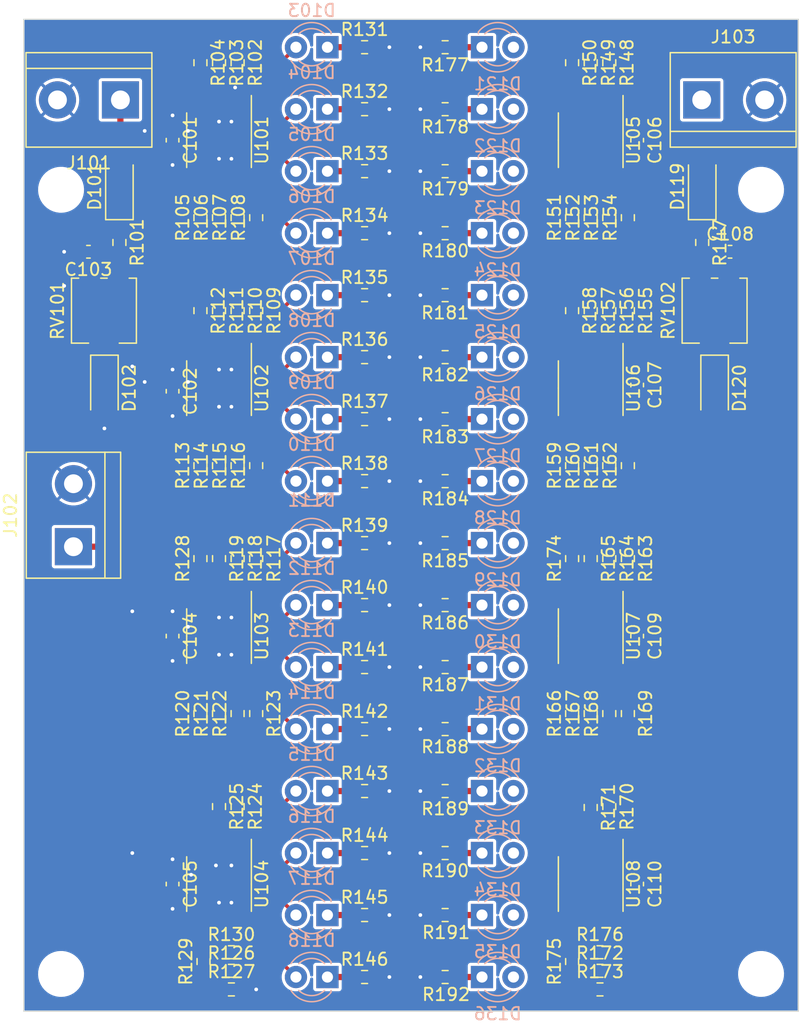
<source format=kicad_pcb>
(kicad_pcb (version 20221018) (generator pcbnew)
  (layers (0 "F.Cu" signal) (31 "B.Cu" signal) (34 "B.Paste" user) (35 "F.Paste" user) (36 "B.SilkS" user "B.Silkscreen") (37 "F.SilkS" user "F.Silkscreen") (38 "B.Mask" user) (39 "F.Mask" user) (44 "Edge.Cuts" user))
  (net 0 "")
  (net 1 "+5VA")
  (net 2 "GND")
  (net 3 "Net-(C103-Pad1)")
  (net 4 "Net-(C108-Pad1)")
  (net 5 "Net-(D101-K)")
  (net 6 "Net-(D101-A)")
  (net 7 "Net-(D102-K)")
  (net 8 "Net-(D103-K)")
  (net 9 "Net-(D103-A)")
  (net 10 "Net-(D104-K)")
  (net 11 "Net-(D104-A)")
  (net 12 "Net-(D105-K)")
  (net 13 "Net-(D105-A)")
  (net 14 "Net-(D106-K)")
  (net 15 "Net-(D106-A)")
  (net 16 "Net-(D107-K)")
  (net 17 "Net-(D107-A)")
  (net 18 "Net-(D108-K)")
  (net 19 "Net-(D108-A)")
  (net 20 "Net-(D109-K)")
  (net 21 "Net-(D109-A)")
  (net 22 "Net-(D110-K)")
  (net 23 "Net-(D110-A)")
  (net 24 "Net-(D111-K)")
  (net 25 "Net-(D111-A)")
  (net 26 "Net-(D112-K)")
  (net 27 "Net-(D112-A)")
  (net 28 "Net-(D113-K)")
  (net 29 "Net-(D113-A)")
  (net 30 "Net-(D114-K)")
  (net 31 "Net-(D114-A)")
  (net 32 "Net-(D115-K)")
  (net 33 "Net-(D115-A)")
  (net 34 "Net-(D116-K)")
  (net 35 "Net-(D116-A)")
  (net 36 "Net-(D117-K)")
  (net 37 "Net-(D117-A)")
  (net 38 "Net-(D118-K)")
  (net 39 "Net-(D118-A)")
  (net 40 "Net-(D119-K)")
  (net 41 "Net-(D119-A)")
  (net 42 "Net-(D120-K)")
  (net 43 "Net-(D121-K)")
  (net 44 "Net-(D121-A)")
  (net 45 "Net-(D122-K)")
  (net 46 "Net-(D122-A)")
  (net 47 "Net-(D123-K)")
  (net 48 "Net-(D123-A)")
  (net 49 "Net-(D124-K)")
  (net 50 "Net-(D124-A)")
  (net 51 "Net-(D125-K)")
  (net 52 "Net-(D125-A)")
  (net 53 "Net-(D126-K)")
  (net 54 "Net-(D126-A)")
  (net 55 "Net-(D127-K)")
  (net 56 "Net-(D127-A)")
  (net 57 "Net-(D128-K)")
  (net 58 "Net-(D128-A)")
  (net 59 "Net-(D129-K)")
  (net 60 "Net-(D129-A)")
  (net 61 "Net-(D130-K)")
  (net 62 "Net-(D130-A)")
  (net 63 "Net-(D131-K)")
  (net 64 "Net-(D131-A)")
  (net 65 "Net-(D132-K)")
  (net 66 "Net-(D132-A)")
  (net 67 "Net-(D133-K)")
  (net 68 "Net-(D133-A)")
  (net 69 "Net-(D134-K)")
  (net 70 "Net-(D134-A)")
  (net 71 "Net-(D135-K)")
  (net 72 "Net-(D135-A)")
  (net 73 "Net-(D136-K)")
  (net 74 "Net-(D136-A)")
  (net 75 "Net-(R102-Pad1)")
  (net 76 "Net-(U101B--)")
  (net 77 "Net-(R104-Pad1)")
  (net 78 "Net-(U101C--)")
  (net 79 "Net-(R106-Pad1)")
  (net 80 "Net-(U101D--)")
  (net 81 "Net-(R108-Pad1)")
  (net 82 "Net-(U102A--)")
  (net 83 "Net-(R110-Pad1)")
  (net 84 "Net-(U102B--)")
  (net 85 "Net-(R112-Pad1)")
  (net 86 "Net-(U102C--)")
  (net 87 "Net-(R114-Pad1)")
  (net 88 "Net-(U102D--)")
  (net 89 "Net-(R116-Pad1)")
  (net 90 "Net-(U103A--)")
  (net 91 "Net-(R118-Pad1)")
  (net 92 "Net-(U103B--)")
  (net 93 "Net-(R120-Pad1)")
  (net 94 "Net-(U103C--)")
  (net 95 "Net-(U103D--)")
  (net 96 "Net-(R122-Pad1)")
  (net 97 "Net-(U104A--)")
  (net 98 "Net-(R124-Pad1)")
  (net 99 "Net-(U104B--)")
  (net 100 "Net-(R126-Pad1)")
  (net 101 "Net-(U104D--)")
  (net 102 "Net-(U104C--)")
  (net 103 "Net-(R148-Pad1)")
  (net 104 "Net-(U105B--)")
  (net 105 "Net-(R150-Pad1)")
  (net 106 "Net-(U105C--)")
  (net 107 "Net-(R152-Pad1)")
  (net 108 "Net-(U105D--)")
  (net 109 "Net-(R154-Pad1)")
  (net 110 "Net-(U106A--)")
  (net 111 "Net-(R156-Pad1)")
  (net 112 "Net-(U106B--)")
  (net 113 "Net-(R158-Pad1)")
  (net 114 "Net-(U106C--)")
  (net 115 "Net-(R160-Pad1)")
  (net 116 "Net-(U106D--)")
  (net 117 "Net-(R162-Pad1)")
  (net 118 "Net-(U107A--)")
  (net 119 "Net-(R164-Pad1)")
  (net 120 "Net-(U107B--)")
  (net 121 "Net-(R166-Pad1)")
  (net 122 "Net-(U107C--)")
  (net 123 "Net-(U107D--)")
  (net 124 "Net-(R168-Pad1)")
  (net 125 "Net-(U108A--)")
  (net 126 "Net-(R170-Pad1)")
  (net 127 "Net-(U108B--)")
  (net 128 "Net-(R172-Pad1)")
  (net 129 "Net-(U108D--)")
  (net 130 "Net-(U108C--)")
  (footprint "Resistor_SMD:R_0603_1608Metric" (layer "F.Cu") (at 92.25 122.75)
    (fp_text reference "R126")
    (fp_text value "120")
  )
  (footprint "Resistor_SMD:R_0603_1608Metric" (layer "F.Cu") (at 124.25 102 -90)
    (fp_text reference "R169")
    (fp_text value "470")
  )
  (footprint "Resistor_SMD:R_0603_1608Metric" (layer "F.Cu") (at 121.25 82 90)
    (fp_text reference "R160")
    (fp_text value "100")
  )
  (footprint "Potentiometer_SMD:Potentiometer_Vishay_TS53YJ_Vertical" (layer "F.Cu") (at 81.96 69.5 90)
    (fp_text reference "RV101")
    (fp_text value "10k")
  )
  (footprint "Resistor_SMD:R_0603_1608Metric" (layer "F.Cu") (at 121.25 62 90)
    (fp_text reference "R152")
    (fp_text value "2k7")
  )
  (footprint "Resistor_SMD:R_0603_1608Metric" (layer "F.Cu") (at 92.75 49.5 -90)
    (fp_text reference "R102")
    (fp_text value "2k2")
  )
  (footprint "Resistor_SMD:R_0603_1608Metric" (layer "F.Cu") (at 92.25 121.25)
    (fp_text reference "R130")
    (fp_text value "330")
  )
  (footprint "Resistor_SMD:R_0603_1608Metric" (layer "F.Cu") (at 109.5 123.25 180)
    (fp_text reference "R192")
    (fp_text value "1k")
  )
  (footprint "Resistor_SMD:R_0603_1608Metric" (layer "F.Cu") (at 92.75 69.5 -90)
    (fp_text reference "R110")
    (fp_text value "390")
  )
  (footprint "Resistor_SMD:R_0603_1608Metric" (layer "F.Cu") (at 119.75 49.5 -90)
    (fp_text reference "R150")
    (fp_text value "2k2")
  )
  (footprint "Resistor_SMD:R_0603_1608Metric" (layer "F.Cu") (at 103 108.25)
    (fp_text reference "R143")
    (fp_text value "1k")
  )
  (footprint "Resistor_SMD:R_0603_1608Metric" (layer "F.Cu") (at 122.75 102 90)
    (fp_text reference "R168")
    (fp_text value "470")
  )
  (footprint "Package_SO:TSSOP-14_4.4x5mm_P0.65mm" (layer "F.Cu") (at 121.25 115.75 -90)
    (fp_text reference "U108")
    (fp_text value "LM2902")
  )
  (footprint "Diode_SMD:D_MiniMELF" (layer "F.Cu") (at 83.21 59.5 90)
    (fp_text reference "D101")
    (fp_text value "LL4148")
  )
  (footprint "Resistor_SMD:R_0603_1608Metric" (layer "F.Cu") (at 91.25 49.5 -90)
    (fp_text reference "R103")
    (fp_text value "39k")
  )
  (footprint "MountingHole:MountingHole_3.2mm_M3_DIN965" (layer "F.Cu") (at 135 123)
    (fp_text reference "REF**" hide)
    (fp_text value "MountingHole_3.2mm_M3_DIN965" hide)
  )
  (footprint "Resistor_SMD:R_0603_1608Metric" (layer "F.Cu") (at 103 93.25)
    (fp_text reference "R140")
    (fp_text value "1k")
  )
  (footprint "Resistor_SMD:R_0603_1608Metric" (layer "F.Cu") (at 91.25 62 90)
    (fp_text reference "R106")
    (fp_text value "2k7")
  )
  (footprint "Capacitor_SMD:C_0603_1608Metric" (layer "F.Cu") (at 87.5 115.75 -90)
    (fp_text reference "C105")
    (fp_text value "100n")
  )
  (footprint "Resistor_SMD:R_0603_1608Metric" (layer "F.Cu") (at 122.75 82 90)
    (fp_text reference "R161")
    (fp_text value "5k1")
  )
  (footprint "Resistor_SMD:R_0603_1608Metric" (layer "F.Cu") (at 130.25 64 -90)
    (fp_text reference "R147")
    (fp_text value "1k")
  )
  (footprint "TerminalBlock:TerminalBlock_bornier-2_P5.08mm" (layer "F.Cu") (at 79.5 88.54 90)
    (fp_text reference "J102")
    (fp_text value "Right")
  )
  (footprint "Resistor_SMD:R_0603_1608Metric" (layer "F.Cu") (at 89.75 89.5 90)
    (fp_text reference "R128")
    (fp_text value "1k8")
  )
  (footprint "Resistor_SMD:R_0603_1608Metric" (layer "F.Cu") (at 91.25 89.5 -90)
    (fp_text reference "R119")
    (fp_text value "2k2")
  )
  (footprint "TerminalBlock:TerminalBlock_bornier-2_P5.08mm" (layer "F.Cu") (at 83.29 52.5 180)
    (fp_text reference "J101")
    (fp_text value "Left")
  )
  (footprint "Resistor_SMD:R_0603_1608Metric" (layer "F.Cu") (at 103 68.25)
    (fp_text reference "R135")
    (fp_text value "1k")
  )
  (footprint "Resistor_SMD:R_0603_1608Metric" (layer "F.Cu") (at 94.25 102 -90)
    (fp_text reference "R123")
    (fp_text value "470")
  )
  (footprint "Resistor_SMD:R_0603_1608Metric" (layer "F.Cu") (at 103 103.25)
    (fp_text reference "R142")
    (fp_text value "1k")
  )
  (footprint "Resistor_SMD:R_0603_1608Metric" (layer "F.Cu") (at 92.75 109.5 -90)
    (fp_text reference "R124")
    (fp_text value "100")
  )
  (footprint "Resistor_SMD:R_0603_1608Metric" (layer "F.Cu") (at 89.75 69.5 -90)
    (fp_text reference "R112")
    (fp_text value "2k2")
  )
  (footprint "Resistor_SMD:R_0603_1608Metric" (layer "F.Cu") (at 124.25 82 90)
    (fp_text reference "R162")
    (fp_text value "390")
  )
  (footprint "Resistor_SMD:R_0603_1608Metric" (layer "F.Cu") (at 91.25 82 90)
    (fp_text reference "R114")
    (fp_text value "100")
  )
  (footprint "Resistor_SMD:R_0603_1608Metric" (layer "F.Cu") (at 122.75 62 90)
    (fp_text reference "R153")
    (fp_text value "18k")
  )
  (footprint "Resistor_SMD:R_0603_1608Metric" (layer "F.Cu") (at 109.5 48.25 180)
    (fp_text reference "R177")
    (fp_text value "1k")
  )
  (footprint "Resistor_SMD:R_0603_1608Metric" (layer "F.Cu") (at 121.25 89.5 -90)
    (fp_text reference "R165")
    (fp_text value "2k2")
  )
  (footprint "Potentiometer_SMD:Potentiometer_Vishay_TS53YJ_Vertical" (layer "F.Cu") (at 131.25 69.5 90)
    (fp_text reference "RV102")
    (fp_text value "10k")
  )
  (footprint "Diode_SMD:D_MiniMELF" (layer "F.Cu") (at 82 75.75 -90)
    (fp_text reference "D102")
    (fp_text value "6V8")
  )
  (footprint "Resistor_SMD:R_0603_1608Metric" (layer "F.Cu") (at 109.5 103.25 180)
    (fp_text reference "R188")
    (fp_text value "1k")
  )
  (footprint "Resistor_SMD:R_0603_1608Metric" (layer "F.Cu") (at 103 98.25)
    (fp_text reference "R141")
    (fp_text value "1k")
  )
  (footprint "TerminalBlock:TerminalBlock_bornier-2_P5.08mm" (layer "F.Cu") (at 130.21 52.5)
    (fp_text reference "J103")
    (fp_text value "Right")
  )
  (footprint "Resistor_SMD:R_0603_1608Metric" (layer "F.Cu") (at 94.25 62 90)
    (fp_text reference "R108")
    (fp_text value "360")
  )
  (footprint "Resistor_SMD:R_0603_1608Metric" (layer "F.Cu") (at 103 88.25)
    (fp_text reference "R139")
    (fp_text value "1k")
  )
  (footprint "Resistor_SMD:R_0603_1608Metric" (layer "F.Cu") (at 89.75 82 90)
    (fp_text reference "R113")
    (fp_text value "5k1")
  )
  (footprint "Resistor_SMD:R_0603_1608Metric" (layer "F.Cu") (at 92.25 124.25)
    (fp_text reference "R127")
    (fp_text value "680")
  )
  (footprint "Capacitor_SMD:C_0603_1608Metric" (layer "F.Cu") (at 125 95.75 -90)
    (fp_text reference "C109")
    (fp_text value "100n")
  )
  (footprint "Capacitor_SMD:C_0603_1608Metric" (layer "F.Cu") (at 87.5 95.75 -90)
    (fp_text reference "C104")
    (fp_text value "100n")
  )
  (footprint "Resistor_SMD:R_0603_1608Metric" (layer "F.Cu") (at 109.5 108.25 180)
    (fp_text reference "R189")
    (fp_text value "1k")
  )
  (footprint "Resistor_SMD:R_0603_1608Metric" (layer "F.Cu") (at 103 58.25)
    (fp_text reference "R133")
    (fp_text value "1k")
  )
  (footprint "Capacitor_SMD:C_0603_1608Metric" (layer "F.Cu") (at 87.5 76 -90)
    (fp_text reference "C102")
    (fp_text value "100n")
  )
  (footprint "Resistor_SMD:R_0603_1608Metric" (layer "F.Cu") (at 119.75 82 90)
    (fp_text reference "R159")
    (fp_text value "5k1")
  )
  (footprint "Resistor_SMD:R_0603_1608Metric" (layer "F.Cu") (at 119.75 102 90)
    (fp_text reference "R166")
    (fp_text value "100")
  )
  (footprint "Resistor_SMD:R_0603_1608Metric" (layer "F.Cu") (at 122.75 109.5 -90)
    (fp_text reference "R170")
    (fp_text value "100")
  )
  (footprint "MountingHole:MountingHole_3.2mm_M3_DIN965" (layer "F.Cu") (at 78.5 123)
    (fp_text reference "REF**" hide)
    (fp_text value "MountingHole_3.2mm_M3_DIN965" hide)
  )
  (footprint "Resistor_SMD:R_0603_1608Metric" (layer "F.Cu") (at 92.75 62 90)
    (fp_text reference "R107")
    (fp_text value "18k")
  )
  (footprint "Resistor_SMD:R_0603_1608Metric" (layer "F.Cu") (at 103 123.25)
    (fp_text reference "R146")
    (fp_text value "1k")
  )
  (footprint "MountingHole:MountingHole_3.2mm_M3_DIN965" (layer "F.Cu") (at 78.5 59.75)
    (fp_text reference "REF**" hide)
    (fp_text value "MountingHole_3.2mm_M3_DIN965" hide)
  )
  (footprint "Resistor_SMD:R_0603_1608Metric" (layer "F.Cu") (at 103 118.25)
    (fp_text reference "R145")
    (fp_text value "1k")
  )
  (footprint "Resistor_SMD:R_0603_1608Metric" (layer "F.Cu") (at 124.25 69.5 -90)
    (fp_text reference "R155")
    (fp_text value "11k")
  )
  (footprint "Resistor_SMD:R_0603_1608Metric" (layer "F.Cu") (at 103 63.25)
    (fp_text reference "R134")
    (fp_text value "1k")
  )
  (footprint "Package_SO:TSSOP-14_4.4x5mm_P0.65mm" (layer "F.Cu") (at 91.25 75.75 -90)
    (fp_text reference "U102")
    (fp_text value "LM2902")
  )
  (footprint "Capacitor_SMD:C_0603_1608Metric" (layer "F.Cu") (at 80.71 64.75 180)
    (fp_text reference "C103")
    (fp_text value "10n")
  )
  (footprint "Resistor_SMD:R_0603_1608Metric" (layer "F.Cu") (at 92.75 102 90)
    (fp_text reference "R122")
    (fp_text value "470")
  )
  (footprint "Resistor_SMD:R_0603_1608Metric" (layer "F.Cu") (at 109.5 58.25 180)
    (fp_text reference "R179")
    (fp_text value "1k")
  )
  (footprint "Resistor_SMD:R_0603_1608Metric" (layer "F.Cu") (at 122 124.25)
    (fp_text reference "R173")
    (fp_text value "680")
  )
  (footprint "Resistor_SMD:R_0603_1608Metric" (layer "F.Cu") (at 121.25 69.5 -90)
    (fp_text reference "R157")
    (fp_text value "10k")
  )
  (footprint "Capacitor_SMD:C_0603_1608Metric" (layer "F.Cu") (at 125 75.5 -90)
    (fp_text reference "C107")
    (fp_text value "100n")
  )
  (footprint "Resistor_SMD:R_0603_1608Metric" (layer "F.Cu") (at 119.75 122 90)
    (fp_text reference "R175")
    (fp_text value "470")
  )
  (footprint "Resistor_SMD:R_0603_1608Metric" (layer "F.Cu") (at 109.5 88.25 180)
    (fp_text reference "R185")
    (fp_text value "1k")
  )
  (footprint "Resistor_SMD:R_0603_1608Metric" (layer "F.Cu") (at 92.75 89.5 -90)
    (fp_text reference "R118")
    (fp_text value "390")
  )
  (footprint "Package_SO:TSSOP-14_4.4x5mm_P0.65mm" (layer "F.Cu") (at 121.25 55.75 -90)
    (fp_text reference "U105")
    (fp_text value "LM2902")
  )
  (footprint "Resistor_SMD:R_0603_1608Metric" (layer "F.Cu") (at 109.5 93.25 180)
    (fp_text reference "R186")
    (fp_text value "1k")
  )
  (footprint "Resistor_SMD:R_0603_1608Metric" (layer "F.Cu") (at 121.25 109.575 -90)
    (fp_text reference "R171")
    (fp_text value "560")
  )
  (footprint "Resistor_SMD:R_0603_1608Metric" (layer "F.Cu") (at 89.75 49.5 -90)
    (fp_text reference "R104")
    (fp_text value "2k2")
  )
  (footprint "Resistor_SMD:R_0603_1608Metric" (layer "F.Cu") (at 109.5 113.25 180)
    (fp_text reference "R190")
    (fp_text value "1k")
  )
  (footprint "Resistor_SMD:R_0603_1608Metric" (layer "F.Cu") (at 94.25 89.5 -90)
    (fp_text reference "R117")
    (fp_text value "3k3")
  )
  (footprint "Resistor_SMD:R_0603_1608Metric" (layer "F.Cu") (at 103 73.25)
    (fp_text reference "R136")
    (fp_text value "1k")
  )
  (footprint "Package_SO:TSSOP-14_4.4x5mm_P0.65mm" (layer "F.Cu") (at 91.25 95.75 -90)
    (fp_text reference "U103")
    (fp_text value "LM2902")
  )
  (footprint "Resistor_SMD:R_0603_1608Metric" (layer "F.Cu") (at 122 121.25)
    (fp_text reference "R176")
    (fp_text value "330")
  )
  (footprint "Resistor_SMD:R_0603_1608Metric" (layer "F.Cu") (at 91.25 69.5 -90)
    (fp_text reference "R111")
    (fp_text value "10k")
  )
  (footprint "Resistor_SMD:R_0603_1608Metric" (layer "F.Cu") (at 122.75 69.5 -90)
    (fp_text reference "R156")
    (fp_text value "390")
  )
  (footprint "Capacitor_SMD:C_0603_1608Metric" (layer "F.Cu") (at 125 55.75 -90)
    (fp_text reference "C106")
    (fp_text value "100n")
  )
  (footprint "Capacitor_SMD:C_0603_1608Metric" (layer "F.Cu") (at 132.5 64.75)
    (fp_text reference "C108")
    (fp_text value "10n")
  )
  (footprint "Resistor_SMD:R_0603_1608Metric" (layer "F.Cu") (at 90 122 90)
    (fp_text reference "R129")
    (fp_text value "470")
  )
  (footprint "Resistor_SMD:R_0603_1608Metric" (layer "F.Cu") (at 103 48.25)
    (fp_text reference "R131")
    (fp_text value "1k")
  )
  (footprint "Package_SO:TSSOP-14_4.4x5mm_P0.65mm" (layer "F.Cu") (at 121.25 95.75 -90)
    (fp_text reference "U107")
    (fp_text value "LM2902")
  )
  (footprint "Resistor_SMD:R_0603_1608Metric" (layer "F.Cu") (at 109.5 63.25 180)
    (fp_text reference "R180")
    (fp_text value "1k")
  )
  (footprint "Resistor_SMD:R_0603_1608Metric" (layer "F.Cu") (at 91.25 102 90)
    (fp_text reference "R121")
    (fp_text value "1k2")
  )
  (footprint "MountingHole:MountingHole_3.2mm_M3_DIN965" (layer "F.Cu") (at 135 59.75)
    (fp_text reference "REF**" hide)
    (fp_text value "MountingHole_3.2mm_M3_DIN965" hide)
  )
  (footprint "Resistor_SMD:R_0603_1608Metric" (layer "F.Cu") (at 109.5 83.25 180)
    (fp_text reference "R184")
    (fp_text value "1k")
  )
  (footprint "Resistor_SMD:R_0603_1608Metric" (layer "F.Cu") (at 122 122.75)
    (fp_text reference "R172")
    (fp_text value "120")
  )
  (footprint "Resistor_SMD:R_0603_1608Metric" (layer "F.Cu") (at 109.5 68.25 180)
    (fp_text reference "R181")
    (fp_text value "1k")
  )
  (footprint "Resistor_SMD:R_0603_1608Metric" (layer "F.Cu") (at 103 78.25)
    (fp_text reference "R137")
    (fp_text value "1k")
  )
  (footprint "Resistor_SMD:R_0603_1608Metric" (layer "F.Cu") (at 124.25 89.5 -90)
    (fp_text reference "R163")
    (fp_text value "3k3")
  )
  (footprint "Resistor_SMD:R_0603_1608Metric" (layer "F.Cu") (at 119.75 89.5 90)
    (fp_text reference "R174")
    (fp_text value "1k8")
  )
  (footprint "Package_SO:TSSOP-14_4.4x5mm_P0.65mm" (layer "F.Cu") (at 121.25 75.75 -90)
    (fp_text reference "U106")
    (fp_text value "LM2902")
  )
  (footprint "Resistor_SMD:R_0603_1608Metric" (layer "F.Cu") (at 92.75 82 90)
    (fp_text reference "R115")
    (fp_text value "5k1")
  )
  (footprint "Resistor_SMD:R_0603_1608Metric" (layer "F.Cu") (at 124.25 62 90)
    (fp_text reference "R154")
    (fp_text value "360")
  )
  (footprint "Resistor_SMD:R_0603_1608Metric" (layer "F.Cu") (at 109.5 73.25 180)
    (fp_text reference "R182")
    (fp_text value "1k")
  )
  (footprint "Resistor_SMD:R_0603_1608Metric" (layer "F.Cu") (at 122.75 89.5 -90)
    (fp_text reference "R164")
    (fp_text value "390")
  )
  (footprint "Resistor_SMD:R_0603_1608Metric" (layer "F.Cu") (at 83.21 64 -90)
    (fp_text reference "R101")
    (fp_text value "1k")
  )
  (footprint "Resistor_SMD:R_0603_1608Metric" (layer "F.Cu") (at 119.75 69.5 -90)
    (fp_text reference "R158")
    (fp_text value "2k2")
  )
  (footprint "Resistor_SMD:R_0603_1608Metric" (layer "F.Cu") (at 119.75 62 90)
    (fp_text reference "R151")
    (fp_text value "27k")
  )
  (footprint "Resistor_SMD:R_0603_1608Metric" (layer "F.Cu") (at 94.25 82 90)
    (fp_text reference "R116")
    (fp_text value "390")
  )
  (footprint "Capacitor_SMD:C_0603_1608Metric" (layer "F.Cu") (at 125 115.75 -90)
    (fp_text reference "C110")
    (fp_text value "100n")
  )
  (footprint "Resistor_SMD:R_0603_1608Metric" (layer "F.Cu") (at 109.5 118.25 180)
    (fp_text reference "R191")
    (fp_text value "1k")
  )
  (footprint "Resistor_SMD:R_0603_1608Metric" (layer "F.Cu") (at 89.75 102 90)
    (fp_text reference "R120")
    (fp_text value "100")
  )
  (footprint "Resistor_SMD:R_0603_1608Metric" (layer "F.Cu") (at 122.75 49.5 -90)
    (fp_text reference "R148")
    (fp_text value "2k2")
  )
  (footprint "Resistor_SMD:R_0603_1608Metric" (layer "F.Cu") (at 94.25 69.5 -90)
    (fp_text reference "R109")
    (fp_text value "11k")
  )
  (footprint "Package_SO:TSSOP-14_4.4x5mm_P0.65mm" (layer "F.Cu") (at 91.25 115.75 -90)
    (fp_text reference "U104")
    (fp_text value "LM2902")
  )
  (footprint "Resistor_SMD:R_0603_1608Metric" (layer "F.Cu") (at 103 53.25)
    (fp_text reference "R132")
    (fp_text value "1k")
  )
  (footprint "Resistor_SMD:R_0603_1608Metric" (layer "F.Cu") (at 121.25 49.5 -90)
    (fp_text reference "R149")
    (fp_text value "39k")
  )
  (footprint "Diode_SMD:D_MiniMELF" (layer "F.Cu") (at 131.25 75.75 -90)
    (fp_text reference "D120")
    (fp_text value "6V8")
  )
  (footprint "Resistor_SMD:R_0603_1608Metric" (layer "F.Cu") (at 109.5 98.25 180)
    (fp_text reference "R187")
    (fp_text value "1k")
  )
  (footprint "Resistor_SMD:R_0603_1608Metric" (layer "F.Cu") (at 121.25 102 90)
    (fp_text reference "R167")
    (fp_text value "1k2")
  )
  (footprint "Resistor_SMD:R_0603_1608Metric" (layer "F.Cu") (at 89.75 62 90)
    (fp_text reference "R105")
    (fp_text value "27k")
  )
  (footprint "Resistor_SMD:R_0603_1608Metric" (layer "F.Cu") (at 103 113.25)
    (fp_text reference "R144")
    (fp_text value "1k")
  )
  (footprint "Resistor_SMD:R_0603_1608Metric" (layer "F.Cu") (at 109.5 53.25 180)
    (fp_text reference "R178")
    (fp_text value "1k")
  )
  (footprint "Resistor_SMD:R_0603_1608Metric" (layer "F.Cu") (at 91.25 109.5 -90)
    (fp_text reference "R125")
    (fp_text value "560")
  )
  (footprint "Resistor_SMD:R_0603_1608Metric" (layer "F.Cu") (at 109.5 78.25 180)
    (fp_text reference "R183")
    (fp_text value "1k")
  )
  (footprint "Capacitor_SMD:C_0603_1608Metric" (layer "F.Cu") (at 87.5 55.75 -90)
    (fp_text reference "C101")
    (fp_text value "100n")
  )
  (footprint "Package_SO:TSSOP-14_4.4x5mm_P0.65mm" (layer "F.Cu") (at 91.25 55.75 -90)
    (fp_text reference "U101")
    (fp_text value "LM2902")
  )
  (footprint "Diode_SMD:D_MiniMELF" (layer "F.Cu") (at 130.25 59.5 90)
    (fp_text reference "D119")
    (fp_text value "LL4148")
  )
  (footprint "Resistor_SMD:R_0603_1608Metric" (layer "F.Cu") (at 103 83.25)
    (fp_text reference "R138")
    (fp_text value "1k")
  )
  (footprint "LED_THT:LED_D3.0mm_Clear" (layer "B.Cu") (at 100 68.25 180)
    (fp_text reference "D107")
    (fp_text value "gelb")
  )
  (footprint "LED_THT:LED_D3.0mm_Clear" (layer "B.Cu") (at 100 63.25 180)
    (fp_text reference "D106")
    (fp_text value "gelb")
  )
  (footprint "LED_THT:LED_D3.0mm_Clear" (layer "B.Cu") (at 112.475 113.25)
    (fp_text reference "D134")
    (fp_text value "grün")
  )
  (footprint "LED_THT:LED_D3.0mm_Clear" (layer "B.Cu") (at 100 113.25 180)
    (fp_text reference "D116")
    (fp_text value "grün")
  )
  (footprint "LED_THT:LED_D3.0mm_Clear" (layer "B.Cu") (at 112.475 103.25)
    (fp_text reference "D132")
    (fp_text value "grün")
  )
  (footprint "LED_THT:LED_D3.0mm_Clear" (layer "B.Cu") (at 112.475 118.25)
    (fp_text reference "D135")
    (fp_text value "grün")
  )
  (footprint "LED_THT:LED_D3.0mm_Clear" (layer "B.Cu") (at 112.475 98.25)
    (fp_text reference "D131")
    (fp_text value "grün")
  )
  (footprint "LED_THT:LED_D3.0mm_Clear" (layer "B.Cu") (at 112.475 88.25)
    (fp_text reference "D129")
    (fp_text value "grün")
  )
  (footprint "LED_THT:LED_D3.0mm_Clear" (layer "B.Cu") (at 112.475 93.25)
    (fp_text reference "D130")
    (fp_text value "grün")
  )
  (footprint "LED_THT:LED_D3.0mm_Clear" (layer "B.Cu") (at 112.475 68.25)
    (fp_text reference "D125")
    (fp_text value "gelb")
  )
  (footprint "LED_THT:LED_D3.0mm_Clear" (layer "B.Cu") (at 100 53.25 180)
    (fp_text reference "D104")
    (fp_text value "rot")
  )
  (footprint "LED_THT:LED_D3.0mm_Clear" (layer "B.Cu") (at 112.475 58.25)
    (fp_text reference "D123")
    (fp_text value "gelb")
  )
  (footprint "LED_THT:LED_D3.0mm_Clear" (layer "B.Cu") (at 100 88.25 180)
    (fp_text reference "D111")
    (fp_text value "grün")
  )
  (footprint "LED_THT:LED_D3.0mm_Clear" (layer "B.Cu") (at 100 78.25 180)
    (fp_text reference "D109")
    (fp_text value "grün")
  )
  (footprint "LED_THT:LED_D3.0mm_Clear" (layer "B.Cu") (at 100 108.25 180)
    (fp_text reference "D115")
    (fp_text value "grün")
  )
  (footprint "LED_THT:LED_D3.0mm_Clear" (layer "B.Cu") (at 112.475 48.25)
    (fp_text reference "D121")
    (fp_text value "rot")
  )
  (footprint "LED_THT:LED_D3.0mm_Clear" (layer "B.Cu") (at 100 93.25 180)
    (fp_text reference "D112")
    (fp_text value "grün")
  )
  (footprint "LED_THT:LED_D3.0mm_Clear" (layer "B.Cu") (at 100 103.25 180)
    (fp_text reference "D114")
    (fp_text value "grün")
  )
  (footprint "LED_THT:LED_D3.0mm_Clear" (layer "B.Cu") (at 112.475 83.25)
    (fp_text reference "D128")
    (fp_text value "grün")
  )
  (footprint "LED_THT:LED_D3.0mm_Clear" (layer "B.Cu") (at 100 58.25 180)
    (fp_text reference "D105")
    (fp_text value "gelb")
  )
  (footprint "LED_THT:LED_D3.0mm_Clear" (layer "B.Cu") (at 112.475 73.25)
    (fp_text reference "D126")
    (fp_text value "gelb")
  )
  (footprint "LED_THT:LED_D3.0mm_Clear" (layer "B.Cu") (at 100 118.25 180)
    (fp_text reference "D117")
    (fp_text value "grün")
  )
  (footprint "LED_THT:LED_D3.0mm_Clear" (layer "B.Cu") (at 100 48.25 180)
    (fp_text reference "D103")
    (fp_text value "rot")
  )
  (footprint "LED_THT:LED_D3.0mm_Clear" (layer "B.Cu") (at 112.475 108.25)
    (fp_text reference "D133")
    (fp_text value "grün")
  )
  (footprint "LED_THT:LED_D3.0mm_Clear" (layer "B.Cu") (at 112.475 78.25)
    (fp_text reference "D127")
    (fp_text value "grün")
  )
  (footprint "LED_THT:LED_D3.0mm_Clear" (layer "B.Cu") (at 100 83.25 180)
    (fp_text reference "D110")
    (fp_text value "grün")
  )
  (footprint "LED_THT:LED_D3.0mm_Clear" (layer "B.Cu") (at 112.475 123.25)
    (fp_text reference "D136")
    (fp_text value "grün")
  )
  (footprint "LED_THT:LED_D3.0mm_Clear" (layer "B.Cu") (at 100 98.25 180)
    (fp_text reference "D113")
    (fp_text value "grün")
  )
  (footprint "LED_THT:LED_D3.0mm_Clear" (layer "B.Cu") (at 112.475 53.25)
    (fp_text reference "D122")
    (fp_text value "rot")
  )
  (footprint "LED_THT:LED_D3.0mm_Clear" (layer "B.Cu") (at 112.475 63.25)
    (fp_text reference "D124")
    (fp_text value "gelb")
  )
  (footprint "LED_THT:LED_D3.0mm_Clear" (layer "B.Cu") (at 100 73.25 180)
    (fp_text reference "D108")
    (fp_text value "gelb")
  )
  (footprint "LED_THT:LED_D3.0mm_Clear" (layer "B.Cu") (at 100 123.25 180)
    (fp_text reference "D118")
    (fp_text value "grün")
  )
  (gr_line (start 75.5 126) (end 75.5 46) (stroke (width 0.1)) (layer "Edge.Cuts"))
  (gr_line (start 138 125.5) (end 138 126) (stroke (width 0.1)) (layer "Edge.Cuts"))
  (gr_line (start 138 46) (end 138 125.5) (stroke (width 0.1)) (layer "Edge.Cuts"))
  (gr_line (start 75.5 46) (end 138 46) (stroke (width 0.1)) (layer "Edge.Cuts"))
  (gr_line (start 138 126) (end 75.5 126) (stroke (width 0.1)) (layer "Edge.Cuts"))
  (segment (start 88.975 114.975) (end 89 115) (width 0.3) (layer "F.Cu") (net 1))
  (segment (start 91.25 114) (end 91.25 112.8875) (width 0.3) (layer "F.Cu") (net 1))
  (segment (start 85.25 87.5) (end 85.25 75.25) (width 0.5) (layer "F.Cu") (net 1))
  (segment (start 84.25 88.5) (end 85.25 87.5) (width 0.5) (layer "F.Cu") (net 1))
  (segment (start 92.55 52.8875) (end 92.55 51.5) (width 0.3) (layer "F.Cu") (net 1))
  (segment (start 87.5 114.975) (end 88.975 114.975) (width 0.3) (layer "F.Cu") (net 1))
  (segment (start 91.25 94.25) (end 91.25 92.8875) (width 0.3) (layer "F.Cu") (net 1))
  (segment (start 87.5 94.975) (end 87.5 93.75) (width 0.3) (layer "F.Cu") (net 1))
  (segment (start 87.5 53.75) (end 87.5 54.975) (width 0.5) (layer "F.Cu") (net 1))
  (segment (start 87.5 94.975) (end 88.725 94.975) (width 0.3) (layer "F.Cu") (net 1))
  (segment (start 91.25 72.8875) (end 91.25 74.25) (width 0.3) (layer "F.Cu") (net 1))
  (segment (start 92.55 50.525) (end 92.75 50.325) (width 0.3) (layer "F.Cu") (net 1))
  (segment (start 84.21 88.54) (end 84.25 88.5) (width 0.5) (layer "F.Cu") (net 1))
  (segment (start 87.5 54.975) (end 88.725 54.975) (width 0.3) (layer "F.Cu") (net 1))
  (segment (start 88.725 54.975) (end 88.75 55) (width 0.3) (layer "F.Cu") (net 1))
  (segment (start 84.25 93.75) (end 84.25 113.25) (width 0.5) (layer "F.Cu") (net 1))
  (segment (start 91 114.25) (end 91.25 114) (width 0.3) (layer "F.Cu") (net 1))
  (segment (start 87.5 75.225) (end 87.5 74.25) (width 0.3) (layer "F.Cu") (net 1))
  (segment (start 85.25 75.25) (end 85.25 73) (width 0.5) (layer "F.Cu") (net 1))
  (segment (start 79.5 88.54) (end 84.21 88.54) (width 0.5) (layer "F.Cu") (net 1))
  (segment (start 85.25 73) (end 85.4 72.85) (width 0.5) (layer "F.Cu") (net 1))
  (segment (start 85.4 72.85) (end 85.4 55.15) (width 0.5) (layer "F.Cu") (net 1))
  (segment (start 91.25 54.25) (end 91.25 52.8875) (width 0.3) (layer "F.Cu") (net 1))
  (segment (start 87.525 75.25) (end 87.5 75.225) (width 0.3) (layer "F.Cu") (net 1))
  (segment (start 87.5 113.75) (end 87.5 114.975) (width 0.3) (layer "F.Cu") (net 1))
  (segment (start 88.725 94.975) (end 88.75 95) (width 0.3) (layer "F.Cu") (net 1))
  (segment (start 92.55 51.5) (end 92.55 50.525) (width 0.3) (layer "F.Cu") (net 1))
  (segment (start 85.4 55.15) (end 85.25 55) (width 0.5) (layer "F.Cu") (net 1))
  (segment (start 88.75 75.25) (end 87.525 75.25) (width 0.3) (layer "F.Cu") (net 1))
  (segment (start 84.25 88.5) (end 84.25 93.75) (width 0.5) (layer "F.Cu") (net 1))
  (via (at 91.25 74.25) (size 0.6) (drill 0.3) (layers "F.Cu" "B.Cu") (net 1))
  (via (at 87.5 93.75) (size 0.6) (drill 0.3) (layers "F.Cu" "B.Cu") (net 1))
  (via (at 88.75 95) (size 0.6) (drill 0.3) (layers "F.Cu" "B.Cu") (net 1))
  (via (at 87.5 53.75) (size 0.6) (drill 0.3) (layers "F.Cu" "B.Cu") (net 1))
  (via (at 91 114.25) (size 0.6) (drill 0.3) (layers "F.Cu" "B.Cu") (net 1))
  (via (at 88.75 55) (size 0.6) (drill 0.3) (layers "F.Cu" "B.Cu") (net 1))
  (via (at 85.25 55) (size 0.6) (drill 0.3) (layers "F.Cu" "B.Cu") (net 1))
  (via (at 88.75 75.25) (size 0.6) (drill 0.3) (layers "F.Cu" "B.Cu") (net 1))
  (via (at 87.5 113.75) (size 0.6) (drill 0.3) (layers "F.Cu" "B.Cu") (net 1))
  (via (at 84.25 113.25) (size 0.6) (drill 0.3) (layers "F.Cu" "B.Cu") (net 1))
  (via (at 89 115) (size 0.6) (drill 0.3) (layers "F.Cu" "B.Cu") (net 1))
  (via (at 91.25 54.25) (size 0.6) (drill 0.3) (layers "F.Cu" "B.Cu") (net 1))
  (via (at 84.25 93.75) (size 0.6) (drill 0.3) (layers "F.Cu" "B.Cu") (net 1))
  (via (at 85.25 75.25) (size 0.6) (drill 0.3) (layers "F.Cu" "B.Cu") (net 1))
  (via (at 91.25 94.25) (size 0.6) (drill 0.3) (layers "F.Cu" "B.Cu") (net 1))
  (via (at 87.5 74.25) (size 0.6) (drill 0.3) (layers "F.Cu" "B.Cu") (net 1))
  (via (at 92.55 51.5) (size 0.6) (drill 0.3) (layers "F.Cu" "B.Cu") (net 1))
  (segment (start 86.25 55) (end 87.5 53.75) (width 0.5) (layer "B.Cu") (net 1))
  (segment (start 86.5 75.25) (end 85.25 75.25) (width 0.3) (layer "B.Cu") (net 1))
  (segment (start 88.75 75.25) (end 90.25 75.25) (width 0.3) (layer "B.Cu") (net 1))
  (segment (start 87 113.25) (end 87.5 113.75) (width 0.3) (layer "B.Cu") (net 1))
  (segment (start 92.55 52.95) (end 92.55 51.5) (width 0.3) (layer "B.Cu") (net 1))
  (segment (start 90.5 95) (end 91.25 94.25) (width 0.3) (layer "B.Cu") (net 1))
  (segment (start 88.75 55) (end 90.5 55) (width 0.3) (layer "B.Cu") (net 1))
  (segment (start 85.25 55) (end 86.25 55) (width 0.5) (layer "B.Cu") (net 1))
  (segment (start 91.25 54.25) (end 92.55 52.95) (width 0.3) (layer "B.Cu") (net 1))
  (segment (start 90.5 55) (end 91.25 54.25) (width 0.3) (layer "B.Cu") (net 1))
  (segment (start 84.25 113.25) (end 87 113.25) (width 0.3) (layer "B.Cu") (net 1))
  (segment (start 88.75 95) (end 90.5 95) (width 0.3) (layer "B.Cu") (net 1))
  (segment (start 89 115) (end 90.25 115) (width 0.3) (layer "B.Cu") (net 1))
  (segment (start 87.5 93.75) (end 84.25 93.75) (width 0.3) (layer "B.Cu") (net 1))
  (segment (start 90.25 75.25) (end 91.25 74.25) (width 0.3) (layer "B.Cu") (net 1))
  (segment (start 90.25 115) (end 91 114.25) (width 0.3) (layer "B.Cu") (net 1))
  (segment (start 87.5 74.25) (end 86.5 75.25) (width 0.3) (layer "B.Cu") (net 1))
  (segment (start 82 77.5) (end 82 79) (width 0.5) (layer "F.Cu") (net 2))
  (segment (start 80.81 67.5) (end 78.75 67.5) (width 0.5) (layer "F.Cu") (net 2))
  (segment (start 87.5 76.775) (end 87.5 78) (width 0.3) (layer "F.Cu") (net 2))
  (segment (start 91.25 118.6125) (end 91.25 117.25) (width 0.3) (layer "F.Cu") (net 2))
  (segment (start 108.675 58.25) (end 107.5 58.25) (width 0.3) (layer "F.Cu") (net 2))
  (segment (start 105 108.25) (end 103.825 108.25) (width 0.3) (layer "F.Cu") (net 2))
  (segment (start 105 73.25) (end 103.825 73.25) (width 0.3) (layer "F.Cu") (net 2))
  (segment (start 87.5 56.525) (end 87.5 57.75) (width 0.3) (layer "F.Cu") (net 2))
  (segment (start 108.675 53.25) (end 107.5 53.25) (width 0.3) (layer "F.Cu") (net 2))
  (segment (start 105 98.25) (end 103.825 98.25) (width 0.3) (layer "F.Cu") (net 2))
  (segment (start 93.075 124.25) (end 94.25 124.25) (width 0.3) (layer "F.Cu") (net 2))
  (segment (start 108.675 78.25) (end 107.5 78.25) (width 0.3) (layer "F.Cu") (net 2))
  (segment (start 103.825 53.25) (end 105 53.25) (width 0.3) (layer "F.Cu") (net 2))
  (segment (start 108.675 113.25) (end 107.5 113.25) (width 0.3) (layer "F.Cu") (net 2))
  (segment (start 105 88.25) (end 103.825 88.25) (width 0.3) (layer "F.Cu") (net 2))
  (segment (start 108.675 93.25) (end 107.5 93.25) (width 0.3) (layer "F.Cu") (net 2))
  (segment (start 105 103.25) (end 103.825 103.25) (width 0.3) (layer "F.Cu") (net 2))
  (segment (start 91.25 98.6125) (end 91.25 97.25) (width 0.3) (layer "F.Cu") (net 2))
  (segment (start 87.5 116.525) (end 87.5 117.75) (width 0.3) (layer "F.Cu") (net 2))
  (segment (start 105 93.25) (end 103.825 93.25) (width 0.3) (layer "F.Cu") (net 2))
  (segment (start 108.675 83.25) (end 107.5 83.25) (width 0.3) (layer "F.Cu") (net 2))
  (segment (start 103.825 48.25) (end 105 48.25) (width 0.3) (layer "F.Cu") (net 2))
  (segment (start 105 123.25) (end 103.825 123.25) (width 0.3) (layer "F.Cu") (net 2))
  (segment (start 87.5 96.525) (end 87.5 97.75) (width 0.3) (layer "F.Cu") (net 2))
  (segment (start 91.25 58.6125) (end 91.25 57.25) (width 0.3) (layer "F.Cu") (net 2))
  (segment (start 105 78.25) (end 103.825 78.25) (width 0.3) (layer "F.Cu") (net 2))
  (segment (start 108.675 118.25) (end 107.5 118.25) (width 0.3) (layer "F.Cu") (net 2))
  (segment (start 79.935 64.75) (end 78.75 64.75) (width 0.5) (layer "F.Cu") (net 2))
  (segment (start 108.675 68.25) (end 107.5 68.25) (width 0.3) (layer "F.Cu") (net 2))
  (segment (start 108.675 103.25) (end 107.5 103.25) (width 0.3) (layer "F.Cu") (net 2))
  (segment (start 108.675 108.25) (end 107.5 108.25) (width 0.3) (layer "F.Cu") (net 2))
  (segment (start 91.25 78.6125) (end 91.25 77.25) (width 0.3) (layer "F.Cu") (net 2))
  (segment (start 105 118.25) (end 103.825 118.25) (width 0.3) (layer "F.Cu") (net 2))
  (segment (start 108.675 73.25) (end 107.5 73.25) (width 0.3) (layer "F.Cu") (net 2))
  (segment (start 108.675 63.25) (end 107.5 63.25) (width 0.3) (layer "F.Cu") (net 2))
  (segment (start 105 113.25) (end 103.825 113.25) (width 0.3) (layer "F.Cu") (net 2))
  (segment (start 105 68.25) (end 103.825 68.25) (width 0.3) (layer "F.Cu") (net 2))
  (segment (start 108.675 88.25) (end 107.5 88.25) (width 0.3) (layer "F.Cu") (net 2))
  (segment (start 108.675 123.25) (end 107.5 123.25) (width 0.3) (layer "F.Cu") (net 2))
  (segment (start 105 83.25) (end 103.825 83.25) (width 0.3) (layer "F.Cu") (net 2))
  (segment (start 108.675 48.25) (end 107.5 48.25) (width 0.3) (layer "F.Cu") (net 2))
  (segment (start 105 63.25) (end 103.825 63.25) (width 0.3) (layer "F.Cu") (net 2))
  (segment (start 105 58.25) (end 103.825 58.25) (width 0.3) (layer "F.Cu") (net 2))
  (segment (start 108.675 98.25) (end 107.5 98.25) (width 0.3) (layer "F.Cu") (net 2))
  (via (at 107.5 73.25) (size 0.6) (drill 0.3) (layers "F.Cu" "B.Cu") (net 2))
  (via (at 105 73.25) (size 0.6) (drill 0.3) (layers "F.Cu" "B.Cu") (net 2))
  (via (at 107.5 48.25) (size 0.6) (drill 0.3) (layers "F.Cu" "B.Cu") (net 2))
  (via (at 87.5 57.75) (size 0.6) (drill 0.3) (layers "F.Cu" "B.Cu") (net 2))
  (via (at 91.25 97.25) (size 0.6) (drill 0.3) (layers "F.Cu" "B.Cu") (net 2))
  (via (at 105 118.25) (size 0.6) (drill 0.3) (layers "F.Cu" "B.Cu") (net 2))
  (via (at 78.75 67.5) (size 0.6) (drill 0.3) (layers "F.Cu" "B.Cu") (net 2))
  (via (at 107.5 118.25) (size 0.6) (drill 0.3) (layers "F.Cu" "B.Cu") (net 2))
  (via (at 107.5 98.25) (size 0.6) (drill 0.3) (layers "F.Cu" "B.Cu") (net 2))
  (via (at 107.5 68.25) (size 0.6) (drill 0.3) (layers "F.Cu" "B.Cu") (net 2))
  (via (at 105 88.25) (size 0.6) (drill 0.3) (layers "F.Cu" "B.Cu") (net 2))
  (via (at 105 108.25) (size 0.6) (drill 0.3) (layers "F.Cu" "B.Cu") (net 2))
  (via (at 107.5 108.25) (size 0.6) (drill 0.3) (layers "F.Cu" "B.Cu") (net 2))
  (via (at 94.25 124.25) (size 0.6) (drill 0.3) (layers "F.Cu" "B.Cu") (net 2))
  (via (at 91.25 57.25) (size 0.6) (drill 0.3) (layers "F.Cu" "B.Cu") (net 2))
  (via (at 107.5 53.25) (size 0.6) (drill 0.3) (layers "F.Cu" "B.Cu") (net 2))
  (via (at 105 83.25) (size 0.6) (drill 0.3) (layers "F.Cu" "B.Cu") (net 2))
  (via (at 107.5 63.25) (size 0.6) (drill 0.3) (layers "F.Cu" "B.Cu") (net 2))
  (via (at 91.25 77.25) (size 0.6) (drill 0.3) (layers "F.Cu" "B.Cu") (net 2))
  (via (at 107.5 88.25) (size 0.6) (drill 0.3) (layers "F.Cu" "B.Cu") (net 2))
  (via (at 107.5 113.25) (size 0.6) (drill 0.3) (layers "F.Cu" "B.Cu") (net 2))
  (via (at 107.5 93.25) (size 0.6) (drill 0.3) (layers "F.Cu" "B.Cu") (net 2))
  (via (at 87.5 97.75) (size 0.6) (drill 0.3) (layers "F.Cu" "B.Cu") (net 2))
  (via (at 107.5 103.25) (size 0.6) (drill 0.3) (layers "F.Cu" "B.Cu") (net 2))
  (via (at 105 93.25) (size 0.6) (drill 0.3) (layers "F.Cu" "B.Cu") (net 2))
  (via (at 105 68.25) (size 0.6) (drill 0.3) (layers "F.Cu" "B.Cu") (net 2))
  (via (at 87.5 117.75) (size 0.6) (drill 0.3) (layers "F.Cu" "B.Cu") (net 2))
  (via (at 107.5 123.25) (size 0.6) (drill 0.3) (layers "F.Cu" "B.Cu") (net 2))
  (via (at 87.5 78) (size 0.6) (drill 0.3) (layers "F.Cu" "B.Cu") (net 2))
  (via (at 105 53.25) (size 0.6) (drill 0.3) (layers "F.Cu" "B.Cu") (net 2))
  (via (at 105 48.25) (size 0.6) (drill 0.3) (layers "F.Cu" "B.Cu") (net 2))
  (via (at 107.5 78.25) (size 0.6) (drill 0.3) (layers "F.Cu" "B.Cu") (net 2))
  (via (at 105 78.25) (size 0.6) (drill 0.3) (layers "F.Cu" "B.Cu") (net 2))
  (via (at 105 123.25) (size 0.6) (drill 0.3) (layers "F.Cu" "B.Cu") (net 2))
  (via (at 105 63.25) (size 0.6) (drill 0.3) (layers "F.Cu" "B.Cu") (net 2))
  (via (at 91.25 117.25) (size 0.6) (drill 0.3) (layers "F.Cu" "B.Cu") (net 2))
  (via (at 105 103.25) (size 0.6) (drill 0.3) (layers "F.Cu" "B.Cu") (net 2))
  (via (at 105 58.25) (size 0.6) (drill 0.3) (layers "F.Cu" "B.Cu") (net 2))
  (via (at 107.5 58.25) (size 0.6) (drill 0.3) (layers "F.Cu" "B.Cu") (net 2))
  (via (at 107.5 83.25) (size 0.6) (drill 0.3) (layers "F.Cu" "B.Cu") (net 2))
  (via (at 78.75 64.75) (size 0.6) (drill 0.3) (layers "F.Cu" "B.Cu") (net 2))
  (via (at 82 79) (size 0.6) (drill 0.3) (layers "F.Cu" "B.Cu") (net 2))
  (via (at 105 98.25) (size 0.6) (drill 0.3) (layers "F.Cu" "B.Cu") (net 2))
  (via (at 105 113.25) (size 0.6) (drill 0.3) (layers "F.Cu" "B.Cu") (net 2))
  (segment (start 81.485 64.75) (end 81.485 65.735) (width 0.5) (layer "F.Cu") (net 3))
  (segment (start 81.485 65.735) (end 81.5 65.75) (width 0.5) (layer "F.Cu") (net 3))
  (segment (start 83.21 64.825) (end 81.56 64.825) (width 0.5) (layer "F.Cu") (net 3))
  (segment (start 81.5 65.75) (end 82 65.75) (width 0.5) (layer "F.Cu") (net 3))
  (segment (start 83.11 66.86) (end 83.11 67.5) (width 0.5) (layer "F.Cu") (net 3))
  (segment (start 81.56 64.825) (end 81.485 64.75) (width 0.5) (layer "F.Cu") (net 3))
  (segment (start 82 65.75) (end 83.11 66.86) (width 0.5) (layer "F.Cu") (net 3))
  (segment (start 83.21 61.25) (end 83.21 63.175) (width 0.5) (layer "F.Cu") (net 5))
  (segment (start 83.29 57.67) (end 83.21 57.75) (width 0.5) (layer "F.Cu") (net 6))
  (segment (start 83.29 52.5) (end 83.29 57.67) (width 0.5) (layer "F.Cu") (net 6))
  (segment (start 90.782106 111.5) (end 91.75 111.5) (width 0.3) (layer "F.Cu") (net 7))
  (segment (start 91.9 73.9) (end 92.25 74.25) (width 0.3) (layer "F.Cu") (net 7))
  (segment (start 90.6 111.682106) (end 90.782106 111.5) (width 0.3) (layer "F.Cu") (net 7))
  (segment (start 91.9 118.6125) (end 91.9 117.6) (width 0.3) (layer "F.Cu") (net 7))
  (segment (start 91.9 113.9) (end 91.9 112.8875) (width 0.3) (layer "F.Cu") (net 7))
  (segment (start 91.75 91.5) (end 91.9 91.65) (width 0.3) (layer "F.Cu") (net 7))
  (segment (start 90.6 99.85) (end 90.75 100) (width 0.3) (layer "F.Cu") (net 7))
  (segment (start 90.75 71.5) (end 91.75 71.5) (width 0.3) (layer "F.Cu") (net 7))
  (segment (start 90.6 98.6125) (end 90.6 99.85) (width 0.3) (layer "F.Cu") (net 7))
  (segment (start 91.9 77.6) (end 91.9 78.6125) (width 0.3) (layer "F.Cu") (net 7))
  (segment (start 92.25 97.25) (end 91.9 97.6) (width 0.3) (layer "F.Cu") (net 7))
  (segment (start 91.9 92.8875) (end 91.9 93.9) (width 0.3) (layer "F.Cu") (net 7))
  (segment (start 92.25 54.25) (end 91.9 53.9) (width 0.3) (layer "F.Cu") (net 7))
  (segment (start 82 74) (end 84.25 74) (width 0.5) (layer "F.Cu") (net 7))
  (segment (start 91.9 78.6125) (end 91.9 79.85) (width 0.3) (layer "F.Cu") (net 7))
  (segment (start 91.75 71.5) (end 91.9 71.65) (width 0.3) (layer "F.Cu") (net 7))
  (segment (start 90.6 71.65) (end 90.75 71.5) (width 0.3) (layer "F.Cu") (net 7))
  (segment (start 90.75 80) (end 90.6 79.85) (width 0.3) (layer "F.Cu") (net 7))
  (segment (start 91.9 119.85) (end 91.9 118.6125) (width 0.3) (layer "F.Cu") (net 7))
  (segment (start 91.9 79.85) (end 91.75 80) (width 0.3) (layer "F.Cu") (net 7))
  (segment (start 90.6 72.8875) (end 90.6 71.65) (width 0.3) (layer "F.Cu") (net 7))
  (segment (start 91.9 93.9) (end 92.25 94.25) (width 0.3) (layer "F.Cu") (net 7))
  (segment (start 90.6 79.85) (end 90.6 78.6125) (width 0.3) (layer "F.Cu") (net 7))
  (segment (start 90.75 51.5) (end 91.75 51.5) (width 0.3) (layer "F.Cu") (net 7))
  (segment (start 90.6 91.65) (end 90.75 91.5) (width 0.3) (layer "F.Cu") (net 7))
  (segment (start 91.9 117.6) (end 92.25 117.25) (width 0.3) (layer "F.Cu") (net 7))
  (segment (start 90.6 58.6125) (end 90.6 59.85) (width 0.3) (layer "F.Cu") (net 7))
  (segment (start 91.9 58.6125) (end 91.9 57.6) (width 0.3) (layer "F.Cu") (net 7))
  (segment (start 91.9 51.65) (end 91.9 52.8875) (width 0.3) (layer "F.Cu") (net 7))
  (segment (start 91.9 53.9) (end 91.9 52.8875) (width 0.3) (layer "F.Cu") (net 7))
  (segment (start 91.9 57.6) (end 92.25 57.25) (width 0.3) (layer "F.Cu") (net 7))
  (segment (start 90.6 52.8875) (end 90.6 51.65) (width 0.3) (layer "F.Cu") (net 7))
  (segment (start 90.6 51.65) (end 90.75 51.5) (width 0.3) (layer "F.Cu") (net 7))
  (segment (start 91.75 60) (end 91.9 59.85) (width 0.3) (layer "F.Cu") (net 7))
  (segment (start 90.75 60) (end 91.75 60) (width 0.3) (layer "F.Cu") (net 7))
  (segment (start 91.9 72.8875) (end 91.9 73.9) (width 0.3) (layer "F.Cu") (net 7))
  (segment (start 91.9 59.85) (end 91.9 58.6125) (width 0.3) (layer "F.Cu") (net 7))
  (segment (start 91.9 97.6) (end 91.9 98.6125) (width 0.3) (layer "F.Cu") (net 7))
  (segment (start 91.9 71.65) (end 91.9 72.8875) (width 0.3) (layer "F.Cu") (net 7))
  (segment (start 90.6 92.8875) (end 90.6 91.65) (width 0.3) (layer "F.Cu") (net 7))
  (segment (start 90.6 118.6125) (end 90.6 119.85) (width 0.3) (layer "F.Cu") (net 7))
  (segment (start 91.75 51.5) (end 91.9 51.65) (width 0.3) (layer "F.Cu") (net 7))
  (segment (start 91.9 99.85) (end 91.9 98.6125) (width 0.3) (layer "F.Cu") (net 7))
  (segment (start 81.96 73.96) (end 82 74) (width 0.5) (layer "F.Cu") (net 7))
  (segment (start 81.96 71.5) (end 81.96 73.96) (width 0.5) (layer "F.Cu") (net 7))
  (segment (start 90.75 91.5) (end 91.75 91.5) (width 0.3) (layer "F.Cu") (net 7))
  (segment (start 91.75 120) (end 91.9 119.85) (width 0.3) (layer "F.Cu") (net 7))
  (segment (start 90.6 112.8875) (end 90.6 111.682106) (width 0.3) (layer "F.Cu") (net 7))
  (segment (start 92.25 77.25) (end 91.9 77.6) (width 0.3) (layer "F.Cu") (net 7))
  (segment (start 91.9 91.65) (end 91.9 92.8875) (width 0.3) (layer "F.Cu") (net 7))
  (segment (start 92.25 114.25) (end 91.9 113.9) (width 0.3) (layer "F.Cu") (net 7))
  (segment (start 90.6 119.85) (end 90.75 120) (width 0.3) (layer "F.Cu") (net 7))
  (segment (start 90.6 59.85) (end 90.75 60) (width 0.3) (layer "F.Cu") (net 7))
  (segment (start 90.75 120) (end 91.75 120) (width 0.3) (layer "F.Cu") (net 7))
  (segment (start 91.9 111.65) (end 91.9 112.8875) (width 0.3) (layer "F.Cu") (net 7))
  (segment (start 90.75 100) (end 91.75 100) (width 0.3) (layer "F.Cu") (net 7))
  (segment (start 91.75 80) (end 90.75 80) (width 0.3) (layer "F.Cu") (net 7))
  (segment (start 91.75 111.5) (end 91.9 111.65) (width 0.3) (layer "F.Cu") (net 7))
  (segment (start 91.75 100) (end 91.9 99.85) (width 0.3) (layer "F.Cu") (net 7))
  (via (at 92.25 97.25) (size 0.6) (drill 0.3) (layers "F.Cu" "B.Cu") (net 7))
  (via (at 92.25 57.25) (size 0.6) (drill 0.3) (layers "F.Cu" "B.Cu") (net 7))
  (via (at 92.25 54.25) (size 0.6) (drill 0.3) (layers "F.Cu" "B.Cu") (net 7))
  (via (at 84.25 74) (size 0.6) (drill 0.3) (layers "F.Cu" "B.Cu") (net 7))
  (via (at 92.25 77.25) (size 0.6) (drill 0.3) (layers "F.Cu" "B.Cu") (net 7))
  (via (at 92.25 117.25) (size 0.6) (drill 0.3) (layers "F.Cu" "B.Cu") (net 7))
  (via (at 92.25 74.25) (size 0.6) (drill 0.3) (layers "F.Cu" "B.Cu") (net 7))
  (via (at 92.25 114.25) (size 0.6) (drill 0.3) (layers "F.Cu" "B.Cu") (net 7))
  (via (at 92.25 94.25) (size 0.6) (drill 0.3) (layers "F.Cu" "B.Cu") (net 7))
  (segment (start 92.25 57.25) (end 92.25 54.25) (width 0.3) (layer "B.Cu") (net 7))
  (segment (start 92.25 94.25) (end 92.25 97.25) (width 0.3) (layer "B.Cu") (net 7))
  (segment (start 92.25 114.25) (end 92.25 117.25) (width 0.3) (layer "B.Cu") (net 7))
  (segment (start 92.25 77.25) (end 92.25 74.25) (width 0.3) (layer "B.Cu") (net 7))
  (segment (start 92.25 94.25) (end 92.25 77.25) (width 0.3) (layer "B.Cu") (net 7))
  (segment (start 84.25 74) (end 85.75 74) (width 0.5) (layer "B.Cu") (net 7))
  (segment (start 85.75 74) (end 86.75 73) (width 0.5) (layer "B.Cu") (net 7))
  (segment (start 92.25 74.25) (end 92.25 73) (width 0.3) (layer "B.Cu") (net 7))
  (segment (start 92.25 73) (end 92.25 57.25) (width 0.3) (layer "B.Cu") (net 7))
  (segment (start 86.75 73) (end 92.25 73) (width 0.5) (layer "B.Cu") (net 7))
  (segment (start 92.25 114.25) (end 92.25 97.25) (width 0.3) (layer "B.Cu") (net 7))
  (segment (start 100 48.25) (end 102.175 48.25) (width 0.5) (layer "F.Cu") (net 8))
  (segment (start 95.5 50.21) (end 97.46 48.25) (width 0.3) (layer "F.Cu") (net 9))
  (segment (start 93.8625 52.8875) (end 95.5 51.25) (width 0.3) (layer "F.Cu") (net 9))
  (segment (start 95.5 51.25) (end 95.5 50.21) (width 0.3) (layer "F.Cu") (net 9))
  (segment (start 93.2 52.8875) (end 93.8625 52.8875) (width 0.3) (layer "F.Cu") (net 9))
  (segment (start 100 53.25) (end 102.175 53.25) (width 0.5) (layer "F.Cu") (net 10))
  (segment (start 90.25 55) (end 95.71 55) (width 0.3) (layer "F.Cu") (net 11))
  (segment (start 89.3 54.05) (end 90.25 55) (width 0.3) (layer "F.Cu") (net 11))
  (segment (start 89.3 52.8875) (end 89.3 54.05) (width 0.3) (layer "F.Cu") (net 11))
  (segment (start 95.71 55) (end 97.46 53.25) (width 0.3) (layer "F.Cu") (net 11))
  (segment (start 100 58.25) (end 102.175 58.25) (width 0.5) (layer "F.Cu") (net 12))
  (segment (start 95.71 56.5) (end 97.46 58.25) (width 0.3) (layer "F.Cu") (net 13))
  (segment (start 90.25 56.5) (end 95.71 56.5) (width 0.3) (layer "F.Cu") (net 13))
  (segment (start 89.3 58.6125) (end 89.3 57.45) (width 0.3) (layer "F.Cu") (net 13))
  (segment (start 89.3 57.45) (end 90.25 56.5) (width 0.3) (layer "F.Cu") (net 13))
  (segment (start 100 63.25) (end 102.175 63.25) (width 0.5) (layer "F.Cu") (net 14))
  (segment (start 93.8625 58.6125) (end 95.5 60.25) (width 0.3) (layer "F.Cu") (net 15))
  (segment (start 95.5 61.29) (end 97.46 63.25) (width 0.3) (layer "F.Cu") (net 15))
  (segment (start 93.2 58.6125) (end 93.8625 58.6125) (width 0.3) (layer "F.Cu") (net 15))
  (segment (start 95.5 60.25) (end 95.5 61.29) (width 0.3) (layer "F.Cu") (net 15))
  (segment (start 100 68.25) (end 102.175 68.25) (width 0.5) (layer "F.Cu") (net 16))
  (segment (start 95.5 71) (end 95.5 70.21) (width 0.3) (layer "F.Cu") (net 17))
  (segment (start 95.5 70.21) (end 97.46 68.25) (width 0.3) (layer "F.Cu") (net 17))
  (segment (start 93.2 72.8875) (end 93.6125 72.8875) (width 0.3) (layer "F.Cu") (net 17))
  (segment (start 93.6125 72.8875) (end 95.5 71) (width 0.3) (layer "F.Cu") (net 17))
  (segment (start 100 73.25) (end 102.175 73.25) (width 0.5) (layer "F.Cu") (net 18))
  (segment (start 89.3 72.8875) (end 89.3 73.8) (width 0.3) (layer "F.Cu") (net 19))
  (segment (start 89.3 73.8) (end 90.5 75) (width 0.3) (layer "F.Cu") (net 19))
  (segment (start 90.5 75) (end 95.71 75) (width 0.3) (layer "F.Cu") (net 19))
  (segment (start 95.71 75) (end 97.46 73.25) (width 0.3) (layer "F.Cu") (net 19))
  (segment (start 100 78.25) (end 102.175 78.25) (width 0.5) (layer "F.Cu") (net 20))
  (segment (start 89.3 78.6125) (end 89.3 77.7) (width 0.3) (layer "F.Cu") (net 21))
  (segment (start 95.71 76.5) (end 97.46 78.25) (width 0.3) (layer "F.Cu") (net 21))
  (segment (start 89.3 77.7) (end 90.5 76.5) (width 0.3) (layer "F.Cu") (net 21))
  (segment (start 90.5 76.5) (end 95.71 76.5) (width 0.3) (layer "F.Cu") (net 21))
  (segment (start 100 83.25) (end 102.175 83.25) (width 0.5) (layer "F.Cu") (net 22))
  (segment (start 93.8625 78.6125) (end 93.2 78.6125) (width 0.3) (layer "F.Cu") (net 23))
  (segment (start 95.5 81.29) (end 95.5 80.25) (width 0.3) (layer "F.Cu") (net 23))
  (segment (start 97.46 83.25) (end 95.5 81.29) (width 0.3) (layer "F.Cu") (net 23))
  (segment (start 95.5 80.25) (end 93.8625 78.6125) (width 0.3) (layer "F.Cu") (net 23))
  (segment (start 100 88.25) (end 102.175 88.25) (width 0.5) (layer "F.Cu") (net 24))
  (segment (start 95.5 90.21) (end 97.46 88.25) (width 0.3) (layer "F.Cu") (net 25))
  (segment (start 93.6125 92.8875) (end 95.5 91) (width 0.3) (layer "F.Cu") (net 25))
  (segment (start 93.2 92.8875) (end 93.6125 92.8875) (width 0.3) (layer "F.Cu") (net 25))
  (segment (start 95.5 91) (end 95.5 90.21) (width 0.3) (layer "F.Cu") (net 25))
  (segment (start 100 93.25) (end 102.175 93.25) (width 0.5) (layer "F.Cu") (net 26))
  (segment (start 95.71 95) (end 97.46 93.25) (width 0.3) (layer "F.Cu") (net 27))
  (segment (start 89.3 92.8875) (end 89.3 93.8) (width 0.3) (layer "F.Cu") (net 27))
  (segment (start 90.5 95) (end 95.71 95) (width 0.3) (layer "F.Cu") (net 27))
  (segment (start 89.3 93.8) (end 90.5 95) (width 0.3) (layer "F.Cu") (net 27))
  (segment (start 100 98.25) (end 102.175 98.25) (width 0.5) (layer "F.Cu") (net 28))
  (segment (start 95.71 96.5) (end 97.46 98.25) (width 0.3) (layer "F.Cu") (net 29))
  (segment (start 89.3 98.6125) (end 89.3 97.6625) (width 0.3) (layer "F.Cu") (net 29))
  (segment (start 89.3 97.6625) (end 90.4625 96.5) (width 0.3) (layer "F.Cu") (net 29))
  (segment (start 90.4625 96.5) (end 95.71 96.5) (width 0.3) (layer "F.Cu") (net 29))
  (segment (start 100 103.25) (end 102.175 103.25) (width 0.5) (layer "F.Cu") (net 30))
  (segment (start 97.46 103.25) (end 95.5 101.29) (width 0.3) (layer "F.Cu") (net 31))
  (segment (start 93.8625 98.6125) (end 93.2 98.6125) (width 0.3) (layer "F.Cu") (net 31))
  (segment (start 95.5 101.29) (end 95.5 100.25) (width 0.3) (layer "F.Cu") (net 31))
  (segment (start 95.5 100.25) (end 93.8625 98.6125) (width 0.3) (layer "F.Cu") (net 31))
  (segment (start 100 108.25) (end 102.175 108.25) (width 0.5) (layer "F.Cu") (net 32))
  (segment (start 93.8625 112.8875) (end 95.5 111.25) (width 0.3) (layer "F.Cu") (net 33))
  (segment (start 95.5 110.21) (end 97.46 108.25) (width 0.3) (layer "F.Cu") (net 33))
  (segment (start 95.5 111.25) (end 95.5 110.21) (width 0.3) (layer "F.Cu") (net 33))
  (segment (start 93.2 112.8875) (end 93.8625 112.8875) (width 0.3) (layer "F.Cu") (net 33))
  (segment (start 100 113.25) (end 102.175 113.25) (width 0.5) (layer "F.Cu") (net 34))
  (segment (start 90.5 115) (end 95.71 115) (width 0.3) (layer "F.Cu") (net 35))
  (segment (start 89.3 113.8) (end 90.5 115) (width 0.3) (layer "F.Cu") (net 35))
  (segment (start 95.71 115) (end 97.46 113.25) (width 0.3) (layer "F.Cu") (net 35))
  (segment (start 89.3 112.8875) (end 89.3 113.8) (width 0.3) (layer "F.Cu") (net 35))
  (segment (start 100 118.25) (end 102.175 118.25) (width 0.5) (layer "F.Cu") (net 36))
  (segment (start 89.3 117.7) (end 90.5 116.5) (width 0.3) (layer "F.Cu") (net 37))
  (segment (start 89.3 118.6125) (end 89.3 117.7) (width 0.3) (layer "F.Cu") (net 37))
  (segment (start 90.5 116.5) (end 95.71 116.5) (width 0.3) (layer "F.Cu") (net 37))
  (segment (start 95.71 116.5) (end 97.46 118.25) (width 0.3) (layer "F.Cu") (net 37))
  (segment (start 100 123.25) (end 102.175 123.25) (width 0.5) (layer "F.Cu") (net 38))
  (segment (start 93.8625 118.6125) (end 95.5 120.25) (width 0.3) (layer "F.Cu") (net 39))
  (segment (start 95.5 120.25) (end 95.5 121.29) (width 0.3) (layer "F.Cu") (net 39))
  (segment (start 93.2 118.6125) (end 93.8625 118.6125) (width 0.3) (layer "F.Cu") (net 39))
  (segment (start 95.5 121.29) (end 97.46 123.25) (width 0.3) (layer "F.Cu") (net 39))
  (segment (start 112.475 48.25) (end 110.325 48.25) (width 0.5) (layer "F.Cu") (net 43))
  (segment (start 112.475 53.25) (end 110.325 53.25) (width 0.5) (layer "F.Cu") (net 45))
  (segment (start 112.475 58.25) (end 110.325 58.25) (width 0.5) (layer "F.Cu") (net 47))
  (segment (start 112.475 63.25) (end 110.325 63.25) (width 0.5) (layer "F.Cu") (net 49))
  (segment (start 112.475 68.25) (end 110.325 68.25) (width 0.5) (layer "F.Cu") (net 51))
  (segment (start 112.475 73.25) (end 110.325 73.25) (width 0.5) (layer "F.Cu") (net 53))
  (segment (start 112.475 78.25) (end 110.325 78.25) (width 0.5) (layer "F.Cu") (net 55))
  (segment (start 112.475 83.25) (end 110.325 83.25) (width 0.5) (layer "F.Cu") (net 57))
  (segment (start 112.475 88.25) (end 110.325 88.25) (width 0.5) (layer "F.Cu") (net 59))
  (segment (start 112.475 93.25) (end 110.325 93.25) (width 0.5) (layer "F.Cu") (net 61))
  (segment (start 112.475 98.25) (end 110.325 98.25) (width 0.5) (layer "F.Cu") (net 63))
  (segment (start 112.475 103.25) (end 110.325 103.25) (width 0.5) (layer "F.Cu") (net 65))
  (segment (start 112.475 108.25) (end 110.325 108.25) (width 0.5) (layer "F.Cu") (net 67))
  (segment (start 112.475 113.25) (end 110.325 113.25) (width 0.5) (layer "F.Cu") (net 69))
  (segment (start 112.475 118.25) (end 110.325 118.25) (width 0.5) (layer "F.Cu") (net 71))
  (segment (start 110.325 123.25) (end 112.475 123.25) (width 0.5) (layer "F.Cu") (net 73))
  (segment (start 91.25 48.675) (end 92.75 48.675) (width 0.3) (layer "F.Cu") (net 75))
  (segment (start 89.75 50.325) (end 91.25 50.325) (width 0.3) (layer "F.Cu") (net 76))
  (segment (start 89.95 52.8875) (end 89.95 50.525) (width 0.3) (layer "F.Cu") (net 76))
  (segment (start 89.95 50.525) (end 89.75 50.325) (width 0.3) (layer "F.Cu") (net 76))
  (segment (start 89.75 48.675) (end 87.325 48.675) (width 0.3) (layer "F.Cu") (net 77))
  (segment (start 87.075 62.825) (end 89.75 62.825) (width 0.3) (layer "F.Cu") (net 77))
  (segment (start 87.325 48.675) (end 86 50) (width 0.3) (layer "F.Cu") (net 77))
  (segment (start 86 50) (end 86 61.75) (width 0.3) (layer "F.Cu") (net 77))
  (segment (start 86 61.75) (end 87.075 62.825) (width 0.3) (layer "F.Cu") (net 77))
  (segment (start 89.95 58.6125) (end 89.95 60.975) (width 0.3) (layer "F.Cu") (net 78))
  (segment (start 89.95 60.975) (end 89.75 61.175) (width 0.3) (layer "F.Cu") (net 78))
  (segment (start 91.25 61.175) (end 89.75 61.175) (width 0.3) (layer "F.Cu") (net 78))
  (segment (start 91.25 62.825) (end 92.75 62.825) (width 0.3) (layer "F.Cu") (net 79))
  (segment (start 92.75 61.175) (end 94.25 61.175) (width 0.3) (layer "F.Cu") (net 80))
  (segment (start 92.55 58.6125) (end 92.55 60.975) (width 0.3) (layer "F.Cu") (net 80))
  (segment (start 92.55 60.975) (end 92.75 61.175) (width 0.3) (layer "F.Cu") (net 80))
  (segment (start 94.25 68.675) (end 94.25 62.825) (width 0.3) (layer "F.Cu") (net 81))
  (segment (start 92.55 72.8875) (end 92.55 70.525) (width 0.3) (layer "F.Cu") (net 82))
  (segment (start 92.55 70.525) (end 92.75 70.325) (width 0.3) (layer "F.Cu") (net 82))
  (segment (start 92.75 70.325) (end 94.25 70.325) (width 0.3) (layer "F.Cu") (net 82))
  (segment (start 91.25 68.675) (end 92.75 68.675) (width 0.3) (layer "F.Cu") (net 83))
  (segment (start 89.95 72.8875) (end 89.95 70.525) (width 0.3) (layer "F.Cu") (net 84))
  (segment (start 89.75 70.325) (end 91.25 70.325) (width 0.3) (layer "F.Cu") (net 84))
  (segment (start 89.95 70.525) (end 89.75 70.325) (width 0.3) (layer "F.Cu") (net 84))
  (segment (start 86.825 68.675) (end 86 69.5) (width 0.3) (layer "F.Cu") (net 85))
  (segment (start 87.075 82.825) (end 89.75 82.825) (width 0.3) (layer "F.Cu") (net 85))
  (segment (start 89.75 68.675) (end 86.825 68.675) (width 0.3) (layer "F.Cu") (net 85))
  (segment (start 86 69.5) (end 86 81.75) (width 0.3) (layer "F.Cu") (net 85))
  (segment (start 86 81.75) (end 87.075 82.825) (width 0.3) (layer "F.Cu") (net 85))
  (segment (start 91.25 81.175) (end 89.75 81.175) (width 0.3) (layer "F.Cu") (net 86))
  (segment (start 89.95 78.6125) (end 89.95 80.975) (width 0.3) (layer "F.Cu") (net 86))
  (segment (start 89.95 80.975) (end 89.75 81.175) (width 0.3) (layer "F.Cu") (net 86))
  (segment (start 92.75 82.825) (end 91.25 82.825) (width 0.3) (layer "F.Cu") (net 87))
  (segment (start 92.75 81.175) (end 94.25 81.175) (width 0.3) (layer "F.Cu") (net 88))
  (segment (start 92.55 78.6125) (end 92.55 80.975) (width 0.3) (layer "F.Cu") (net 88))
  (segment (start 92.55 80.975) (end 92.75 81.175) (width 0.3) (layer "F.Cu") (net 88))
  (segment (start 94.25 88.675) (end 94.25 82.825) (width 0.3) (layer "F.Cu") (net 89))
  (segment (start 94.25 90.325) (end 92.75 90.325) (width 0.3) (layer "F.Cu") (net 90))
  (segment (start 92.55 90.525) (end 92.75 90.325) (width 0.3) (layer "F.Cu") (net 90))
  (segment (start 92.55 92.8875) (end 92.55 90.525) (width 0.3) (layer "F.Cu") (net 90))
  (segment (start 91.25 88.675) (end 92.75 88.675) (width 0.3) (layer "F.Cu") (net 91))
  (segment (start 91.25 90.325) (end 89.75 90.325) (width 0.3) (layer "F.Cu") (net 92))
  (segment (start 89.95 90.525) (end 89.75 90.325) (width 0.3) (layer "F.Cu") (net 92))
  (segment (start 89.95 92.8875) (end 89.95 90.525) (width 0.3) (layer "F.Cu") (net 92))
  (segment (start 91.25 102.825) (end 89.75 102.825) (width 0.3) (layer "F.Cu") (net 93))
  (segment (start 89.95 98.6125) (end 89.95 100.975) (width 0.3) (layer "F.Cu") (net 94))
  (segment (start 89.95 100.975) (end 89.75 101.175) (width 0.3) (layer "F.Cu") (net 94))
  (segment (start 86.925 101.175) (end 89.75 101.175) (width 0.3) (layer "F.Cu") (net 94))
  (segment (start 89.75 88.675) (end 86.575 88.675) (width 0.3) (layer "F.Cu") (net 94))
  (segment (start 86.575 88.675) (end 86 89.25) (width 0.3) (layer "F.Cu") (net 94))
  (segment (start 86 89.25) (end 86 100.25) (width 0.3) (layer "F.Cu") (net 94))
  (segment (start 86 100.25) (end 86.925 101.175) (width 0.3) (layer "F.Cu") (net 94))
  (segment (start 92.55 100.975) (end 92.75 101.175) (width 0.3) (layer "F.Cu") (net 95))
  (segment (start 92.55 98.6125) (end 92.55 100.975) (width 0.3) (layer "F.Cu") (net 95))
  (segment (start 92.75 101.175) (end 91.25 101.175) (width 0.3) (layer "F.Cu") (net 95))
  (segment (start 92.75 102.675) (end 94.25 101.175) (width 0.3) (layer "F.Cu") (net 96))
  (segment (start 92.75 102.825) (end 92.75 102.675) (width 0.3) (layer "F.Cu") (net 96))
  (segment (start 94.25 109.5) (end 94.25 102.825) (width 0.3) (layer "F.Cu") (net 97))
  (segment (start 92.75 110.325) (end 93.425 110.325) (width 0.3) (layer "F.Cu") (net 97))
  (segment (start 92.55 110.525) (end 92.75 110.325) (width 0.3) (layer "F.Cu") (net 97))
  (segment (start 92.55 112.8875) (end 92.55 110.525) (width 0.3) (layer "F.Cu") (net 97))
  (segment (start 93.425 110.325) (end 94.25 109.5) (width 0.3) (layer "F.Cu") (net 97))
  (segment (start 91.25 108.675) (end 92.75 108.675) (width 0.3) (layer "F.Cu") (net 98))
  (segment (start 89.95 112.8875) (end 89.95 111.625) (width 0.3) (layer "F.Cu") (net 99))
  (segment (start 86.925 110.325) (end 86 111.25) (width 0.3) (layer "F.Cu") (net 99))
  (segment (start 89.95 111.625) (end 91.25 110.325) (width 0.3) (layer "F.Cu") (net 99))
  (segment (start 91.25 110.325) (end 86.925 110.325) (width 0.3) (layer "F.Cu") (net 99))
  (segment (start 87.325 122.825) (end 90 122.825) (width 0.3) (layer "F.Cu") (net 99))
  (segment (start 86 121.5) (end 87.325 122.825) (width 0.3) (layer "F.Cu") (net 99))
  (segment (start 86 111.25) (end 86 121.5) (width 0.3) (layer "F.Cu") (net 99))
  (segment (start 91.425 124.25) (end 91.425 122.75) (width 0.3) (layer "F.Cu") (net 100))
  (segment (start 93.075 122.75) (end 93.075 121.25) (width 0.3) (layer "F.Cu") (net 101))
  (segment (start 92.55 118.6125) (end 92.55 120.725) (width 0.3) (layer "F.Cu") (net 101))
  (segment (start 92.55 120.725) (end 93.075 121.25) (width 0.3) (layer "F.Cu") (net 101))
  (segment (start 91.425 121.25) (end 90.075 121.25) (width 0.3) (layer "F.Cu") (net 102))
  (segment (start 90.075 121.25) (end 90 121.175) (width 0.3) (layer "F.Cu") (net 102))
  (segment (start 89.95 118.6125) (end 89.95 121.125) (width 0.3) (layer "F.Cu") (net 102))
  (segment (start 89.95 121.125) (end 90 121.175) (width 0.3) (layer "F.Cu") (net 102))
  (zone (net 2) (net_name "GND") (layer "B.Cu") (connect_pads (clearance 0.25)) (min_thickness 0.25) (fill yes (thermal_gap 0.25) (thermal_bridge_width 0.25))
    (polygon (pts (xy 75.5 46) (xy 138 46) (xy 138 126) (xy 75.5 126)))
  )
)
</source>
